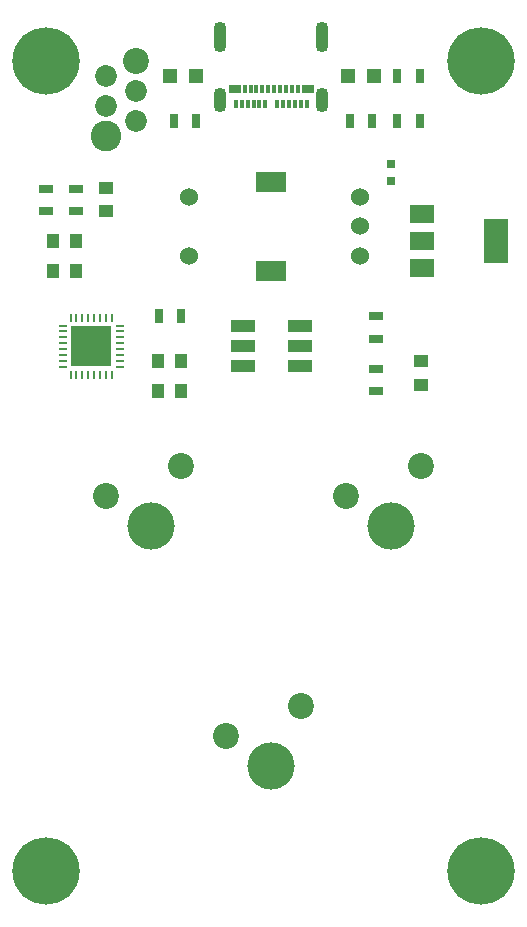
<source format=gbr>
%TF.GenerationSoftware,KiCad,Pcbnew,5.1.9-73d0e3b20d~88~ubuntu20.10.1*%
%TF.CreationDate,2020-12-26T08:06:31-06:00*%
%TF.ProjectId,micropad,6d696372-6f70-4616-942e-6b696361645f,rev?*%
%TF.SameCoordinates,Original*%
%TF.FileFunction,Soldermask,Top*%
%TF.FilePolarity,Negative*%
%FSLAX46Y46*%
G04 Gerber Fmt 4.6, Leading zero omitted, Abs format (unit mm)*
G04 Created by KiCad (PCBNEW 5.1.9-73d0e3b20d~88~ubuntu20.10.1) date 2020-12-26 08:06:31*
%MOMM*%
%LPD*%
G01*
G04 APERTURE LIST*
%ADD10C,5.700000*%
%ADD11R,0.300000X0.760000*%
%ADD12R,1.000000X0.760000*%
%ADD13O,1.100000X2.600000*%
%ADD14O,1.100000X2.100000*%
%ADD15C,2.600000*%
%ADD16C,2.200000*%
%ADD17C,1.850000*%
%ADD18R,1.000000X1.250000*%
%ADD19R,1.250000X1.000000*%
%ADD20R,1.200000X1.200000*%
%ADD21R,0.700000X1.300000*%
%ADD22R,1.300000X0.700000*%
%ADD23C,1.524000*%
%ADD24R,2.600000X1.800000*%
%ADD25C,4.000000*%
%ADD26R,2.000000X1.100000*%
%ADD27R,2.000000X1.500000*%
%ADD28R,2.000000X3.800000*%
%ADD29R,1.725000X1.725000*%
%ADD30R,0.250000X0.700000*%
%ADD31R,0.700000X0.250000*%
%ADD32R,0.750000X0.800000*%
G04 APERTURE END LIST*
D10*
%TO.C,H4*%
X71120000Y-95250000D03*
%TD*%
%TO.C,H3*%
X71120000Y-26670000D03*
%TD*%
%TO.C,H2*%
X34290000Y-95250000D03*
%TD*%
%TO.C,H1*%
X34290000Y-26670000D03*
%TD*%
D11*
%TO.C,J2*%
X56340000Y-30305000D03*
X55840000Y-30305000D03*
X55340000Y-30305000D03*
X54840000Y-30305000D03*
X54340000Y-30305000D03*
X53840000Y-30305000D03*
X52840000Y-30305000D03*
X52340000Y-30305000D03*
X51840000Y-30305000D03*
X51340000Y-30305000D03*
X50840000Y-30305000D03*
X50340000Y-30305000D03*
D12*
X56440000Y-29035000D03*
X50240000Y-29035000D03*
D11*
X55590000Y-29035000D03*
X55090000Y-29035000D03*
X54590000Y-29035000D03*
X54090000Y-29035000D03*
X53590000Y-29035000D03*
X53090000Y-29035000D03*
X52590000Y-29035000D03*
X52090000Y-29035000D03*
X51590000Y-29035000D03*
X51090000Y-29035000D03*
D13*
X49020000Y-24615000D03*
X57660000Y-24615000D03*
D14*
X57660000Y-29975000D03*
X49020000Y-29975000D03*
%TD*%
D15*
%TO.C,J1*%
X39370000Y-32980000D03*
D16*
X41910000Y-26670000D03*
D17*
X41910000Y-31750000D03*
X39370000Y-30480000D03*
X41910000Y-29210000D03*
X39370000Y-27940000D03*
%TD*%
D18*
%TO.C,C1*%
X43720000Y-52070000D03*
X45720000Y-52070000D03*
%TD*%
%TO.C,C2*%
X45720000Y-54610000D03*
X43720000Y-54610000D03*
%TD*%
%TO.C,C3*%
X36830000Y-44450000D03*
X34830000Y-44450000D03*
%TD*%
%TO.C,C4*%
X34830000Y-41910000D03*
X36830000Y-41910000D03*
%TD*%
D19*
%TO.C,C5*%
X39370000Y-39370000D03*
X39370000Y-37370000D03*
%TD*%
%TO.C,C6*%
X66040000Y-54070000D03*
X66040000Y-52070000D03*
%TD*%
D20*
%TO.C,D1*%
X44790000Y-27940000D03*
X46990000Y-27940000D03*
%TD*%
%TO.C,D2*%
X62060000Y-27940000D03*
X59860000Y-27940000D03*
%TD*%
D21*
%TO.C,R1*%
X45720000Y-48260000D03*
X43820000Y-48260000D03*
%TD*%
%TO.C,R2*%
X46990000Y-31750000D03*
X45090000Y-31750000D03*
%TD*%
%TO.C,R3*%
X60010000Y-31750000D03*
X61910000Y-31750000D03*
%TD*%
D22*
%TO.C,R4*%
X36830000Y-39370000D03*
X36830000Y-37470000D03*
%TD*%
%TO.C,R5*%
X34290000Y-37470000D03*
X34290000Y-39370000D03*
%TD*%
%TO.C,R6*%
X62230000Y-48260000D03*
X62230000Y-50160000D03*
%TD*%
%TO.C,R7*%
X62230000Y-54610000D03*
X62230000Y-52710000D03*
%TD*%
D23*
%TO.C,S1*%
X60840000Y-43140000D03*
X60840000Y-40640000D03*
X60840000Y-38140000D03*
X46340000Y-43140000D03*
X46340000Y-38140000D03*
D24*
X53340000Y-44390000D03*
X53340000Y-36890000D03*
%TD*%
D25*
%TO.C,SW1*%
X53340000Y-86360000D03*
D16*
X49530000Y-83820000D03*
X55880000Y-81280000D03*
%TD*%
%TO.C,SW2*%
X45720000Y-60960000D03*
X39370000Y-63500000D03*
D25*
X43180000Y-66040000D03*
%TD*%
%TO.C,SW3*%
X63500000Y-66040000D03*
D16*
X59690000Y-63500000D03*
X66040000Y-60960000D03*
%TD*%
D26*
%TO.C,U3*%
X55740000Y-49100000D03*
X55740000Y-50800000D03*
X55740000Y-52500000D03*
X50940000Y-52500000D03*
X50940000Y-50800000D03*
X50940000Y-49100000D03*
%TD*%
D27*
%TO.C,U1*%
X66090000Y-39610000D03*
X66090000Y-44210000D03*
X66090000Y-41910000D03*
D28*
X72390000Y-41910000D03*
%TD*%
D29*
%TO.C,U2*%
X37236400Y-49936400D03*
X37236400Y-51661400D03*
X38961400Y-49936400D03*
X38961400Y-51661400D03*
D30*
X36348900Y-48398900D03*
X36848900Y-48398900D03*
X37348900Y-48398900D03*
X37848900Y-48398900D03*
X38348900Y-48398900D03*
X38848900Y-48398900D03*
X39348900Y-48398900D03*
X39848900Y-48398900D03*
D31*
X40498900Y-49048900D03*
X40498900Y-49548900D03*
X40498900Y-50048900D03*
X40498900Y-50548900D03*
X40498900Y-51048900D03*
X40498900Y-51548900D03*
X40498900Y-52048900D03*
X40498900Y-52548900D03*
D30*
X39848900Y-53198900D03*
X39348900Y-53198900D03*
X38848900Y-53198900D03*
X38348900Y-53198900D03*
X37848900Y-53198900D03*
X37348900Y-53198900D03*
X36848900Y-53198900D03*
X36348900Y-53198900D03*
D31*
X35698900Y-52548900D03*
X35698900Y-52048900D03*
X35698900Y-51548900D03*
X35698900Y-51048900D03*
X35698900Y-50548900D03*
X35698900Y-50048900D03*
X35698900Y-49548900D03*
X35698900Y-49048900D03*
%TD*%
D32*
%TO.C,F1*%
X63500000Y-36830000D03*
X63500000Y-35330000D03*
%TD*%
D21*
%TO.C,R8*%
X65908000Y-31750000D03*
X64008000Y-31750000D03*
%TD*%
%TO.C,R9*%
X64008000Y-27940000D03*
X65908000Y-27940000D03*
%TD*%
M02*

</source>
